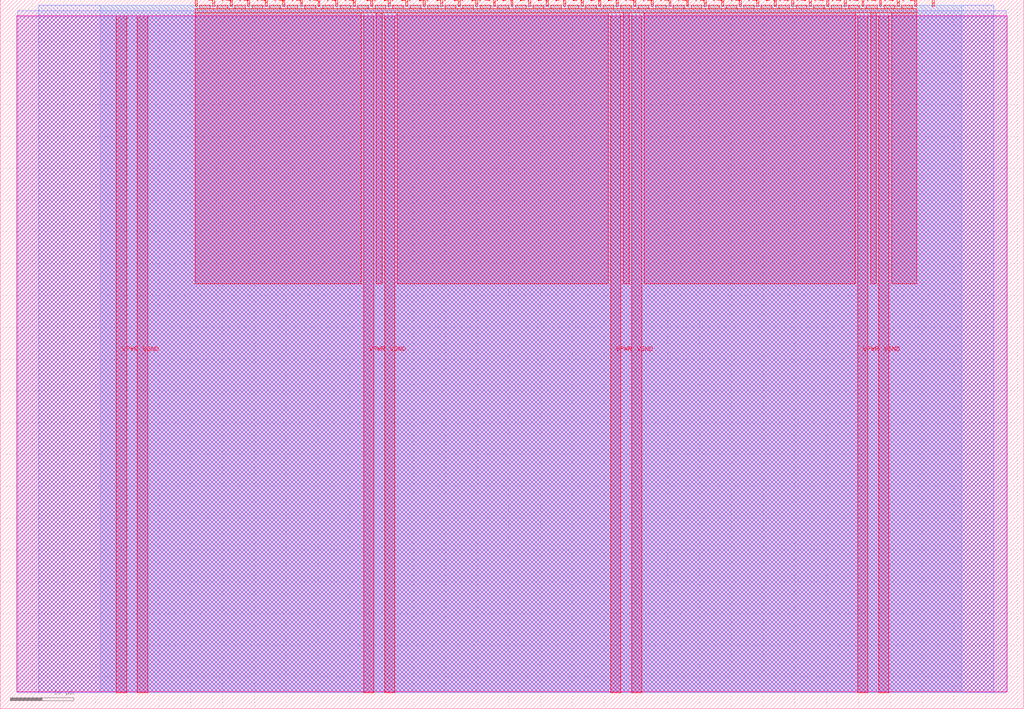
<source format=lef>
VERSION 5.7 ;
  NOWIREEXTENSIONATPIN ON ;
  DIVIDERCHAR "/" ;
  BUSBITCHARS "[]" ;
MACRO tt_um_td4
  CLASS BLOCK ;
  FOREIGN tt_um_td4 ;
  ORIGIN 0.000 0.000 ;
  SIZE 161.000 BY 111.520 ;
  PIN VGND
    DIRECTION INOUT ;
    USE GROUND ;
    PORT
      LAYER met4 ;
        RECT 21.580 2.480 23.180 109.040 ;
    END
    PORT
      LAYER met4 ;
        RECT 60.450 2.480 62.050 109.040 ;
    END
    PORT
      LAYER met4 ;
        RECT 99.320 2.480 100.920 109.040 ;
    END
    PORT
      LAYER met4 ;
        RECT 138.190 2.480 139.790 109.040 ;
    END
  END VGND
  PIN VPWR
    DIRECTION INOUT ;
    USE POWER ;
    PORT
      LAYER met4 ;
        RECT 18.280 2.480 19.880 109.040 ;
    END
    PORT
      LAYER met4 ;
        RECT 57.150 2.480 58.750 109.040 ;
    END
    PORT
      LAYER met4 ;
        RECT 96.020 2.480 97.620 109.040 ;
    END
    PORT
      LAYER met4 ;
        RECT 134.890 2.480 136.490 109.040 ;
    END
  END VPWR
  PIN clk
    DIRECTION INPUT ;
    USE SIGNAL ;
    ANTENNAGATEAREA 0.852000 ;
    PORT
      LAYER met4 ;
        RECT 143.830 110.520 144.130 111.520 ;
    END
  END clk
  PIN ena
    DIRECTION INPUT ;
    USE SIGNAL ;
    PORT
      LAYER met4 ;
        RECT 146.590 110.520 146.890 111.520 ;
    END
  END ena
  PIN rst_n
    DIRECTION INPUT ;
    USE SIGNAL ;
    ANTENNAGATEAREA 0.126000 ;
    PORT
      LAYER met4 ;
        RECT 141.070 110.520 141.370 111.520 ;
    END
  END rst_n
  PIN ui_in[0]
    DIRECTION INPUT ;
    USE SIGNAL ;
    ANTENNAGATEAREA 0.196500 ;
    PORT
      LAYER met4 ;
        RECT 138.310 110.520 138.610 111.520 ;
    END
  END ui_in[0]
  PIN ui_in[1]
    DIRECTION INPUT ;
    USE SIGNAL ;
    ANTENNAGATEAREA 0.196500 ;
    PORT
      LAYER met4 ;
        RECT 135.550 110.520 135.850 111.520 ;
    END
  END ui_in[1]
  PIN ui_in[2]
    DIRECTION INPUT ;
    USE SIGNAL ;
    ANTENNAGATEAREA 0.196500 ;
    PORT
      LAYER met4 ;
        RECT 132.790 110.520 133.090 111.520 ;
    END
  END ui_in[2]
  PIN ui_in[3]
    DIRECTION INPUT ;
    USE SIGNAL ;
    ANTENNAGATEAREA 0.196500 ;
    PORT
      LAYER met4 ;
        RECT 130.030 110.520 130.330 111.520 ;
    END
  END ui_in[3]
  PIN ui_in[4]
    DIRECTION INPUT ;
    USE SIGNAL ;
    PORT
      LAYER met4 ;
        RECT 127.270 110.520 127.570 111.520 ;
    END
  END ui_in[4]
  PIN ui_in[5]
    DIRECTION INPUT ;
    USE SIGNAL ;
    PORT
      LAYER met4 ;
        RECT 124.510 110.520 124.810 111.520 ;
    END
  END ui_in[5]
  PIN ui_in[6]
    DIRECTION INPUT ;
    USE SIGNAL ;
    ANTENNAGATEAREA 0.196500 ;
    PORT
      LAYER met4 ;
        RECT 121.750 110.520 122.050 111.520 ;
    END
  END ui_in[6]
  PIN ui_in[7]
    DIRECTION INPUT ;
    USE SIGNAL ;
    ANTENNAGATEAREA 0.196500 ;
    PORT
      LAYER met4 ;
        RECT 118.990 110.520 119.290 111.520 ;
    END
  END ui_in[7]
  PIN uio_in[0]
    DIRECTION INPUT ;
    USE SIGNAL ;
    ANTENNAGATEAREA 0.196500 ;
    PORT
      LAYER met4 ;
        RECT 116.230 110.520 116.530 111.520 ;
    END
  END uio_in[0]
  PIN uio_in[1]
    DIRECTION INPUT ;
    USE SIGNAL ;
    ANTENNAGATEAREA 0.196500 ;
    PORT
      LAYER met4 ;
        RECT 113.470 110.520 113.770 111.520 ;
    END
  END uio_in[1]
  PIN uio_in[2]
    DIRECTION INPUT ;
    USE SIGNAL ;
    ANTENNAGATEAREA 0.196500 ;
    PORT
      LAYER met4 ;
        RECT 110.710 110.520 111.010 111.520 ;
    END
  END uio_in[2]
  PIN uio_in[3]
    DIRECTION INPUT ;
    USE SIGNAL ;
    ANTENNAGATEAREA 0.196500 ;
    PORT
      LAYER met4 ;
        RECT 107.950 110.520 108.250 111.520 ;
    END
  END uio_in[3]
  PIN uio_in[4]
    DIRECTION INPUT ;
    USE SIGNAL ;
    ANTENNAGATEAREA 0.196500 ;
    PORT
      LAYER met4 ;
        RECT 105.190 110.520 105.490 111.520 ;
    END
  END uio_in[4]
  PIN uio_in[5]
    DIRECTION INPUT ;
    USE SIGNAL ;
    ANTENNAGATEAREA 0.196500 ;
    PORT
      LAYER met4 ;
        RECT 102.430 110.520 102.730 111.520 ;
    END
  END uio_in[5]
  PIN uio_in[6]
    DIRECTION INPUT ;
    USE SIGNAL ;
    ANTENNAGATEAREA 0.196500 ;
    PORT
      LAYER met4 ;
        RECT 99.670 110.520 99.970 111.520 ;
    END
  END uio_in[6]
  PIN uio_in[7]
    DIRECTION INPUT ;
    USE SIGNAL ;
    ANTENNAGATEAREA 0.196500 ;
    PORT
      LAYER met4 ;
        RECT 96.910 110.520 97.210 111.520 ;
    END
  END uio_in[7]
  PIN uio_oe[0]
    DIRECTION OUTPUT ;
    USE SIGNAL ;
    ANTENNADIFFAREA 0.445500 ;
    PORT
      LAYER met4 ;
        RECT 49.990 110.520 50.290 111.520 ;
    END
  END uio_oe[0]
  PIN uio_oe[1]
    DIRECTION OUTPUT ;
    USE SIGNAL ;
    ANTENNADIFFAREA 0.445500 ;
    PORT
      LAYER met4 ;
        RECT 47.230 110.520 47.530 111.520 ;
    END
  END uio_oe[1]
  PIN uio_oe[2]
    DIRECTION OUTPUT ;
    USE SIGNAL ;
    ANTENNADIFFAREA 0.445500 ;
    PORT
      LAYER met4 ;
        RECT 44.470 110.520 44.770 111.520 ;
    END
  END uio_oe[2]
  PIN uio_oe[3]
    DIRECTION OUTPUT ;
    USE SIGNAL ;
    ANTENNADIFFAREA 0.445500 ;
    PORT
      LAYER met4 ;
        RECT 41.710 110.520 42.010 111.520 ;
    END
  END uio_oe[3]
  PIN uio_oe[4]
    DIRECTION OUTPUT ;
    USE SIGNAL ;
    ANTENNADIFFAREA 0.445500 ;
    PORT
      LAYER met4 ;
        RECT 38.950 110.520 39.250 111.520 ;
    END
  END uio_oe[4]
  PIN uio_oe[5]
    DIRECTION OUTPUT ;
    USE SIGNAL ;
    ANTENNADIFFAREA 0.445500 ;
    PORT
      LAYER met4 ;
        RECT 36.190 110.520 36.490 111.520 ;
    END
  END uio_oe[5]
  PIN uio_oe[6]
    DIRECTION OUTPUT ;
    USE SIGNAL ;
    ANTENNADIFFAREA 0.445500 ;
    PORT
      LAYER met4 ;
        RECT 33.430 110.520 33.730 111.520 ;
    END
  END uio_oe[6]
  PIN uio_oe[7]
    DIRECTION OUTPUT ;
    USE SIGNAL ;
    ANTENNAGATEAREA 1.332000 ;
    ANTENNADIFFAREA 0.891000 ;
    PORT
      LAYER met4 ;
        RECT 30.670 110.520 30.970 111.520 ;
    END
  END uio_oe[7]
  PIN uio_out[0]
    DIRECTION OUTPUT ;
    USE SIGNAL ;
    ANTENNADIFFAREA 0.643500 ;
    PORT
      LAYER met4 ;
        RECT 72.070 110.520 72.370 111.520 ;
    END
  END uio_out[0]
  PIN uio_out[1]
    DIRECTION OUTPUT ;
    USE SIGNAL ;
    ANTENNADIFFAREA 0.643500 ;
    PORT
      LAYER met4 ;
        RECT 69.310 110.520 69.610 111.520 ;
    END
  END uio_out[1]
  PIN uio_out[2]
    DIRECTION OUTPUT ;
    USE SIGNAL ;
    ANTENNADIFFAREA 0.643500 ;
    PORT
      LAYER met4 ;
        RECT 66.550 110.520 66.850 111.520 ;
    END
  END uio_out[2]
  PIN uio_out[3]
    DIRECTION OUTPUT ;
    USE SIGNAL ;
    ANTENNADIFFAREA 0.643500 ;
    PORT
      LAYER met4 ;
        RECT 63.790 110.520 64.090 111.520 ;
    END
  END uio_out[3]
  PIN uio_out[4]
    DIRECTION OUTPUT ;
    USE SIGNAL ;
    PORT
      LAYER met4 ;
        RECT 61.030 110.520 61.330 111.520 ;
    END
  END uio_out[4]
  PIN uio_out[5]
    DIRECTION OUTPUT ;
    USE SIGNAL ;
    PORT
      LAYER met4 ;
        RECT 58.270 110.520 58.570 111.520 ;
    END
  END uio_out[5]
  PIN uio_out[6]
    DIRECTION OUTPUT ;
    USE SIGNAL ;
    PORT
      LAYER met4 ;
        RECT 55.510 110.520 55.810 111.520 ;
    END
  END uio_out[6]
  PIN uio_out[7]
    DIRECTION OUTPUT ;
    USE SIGNAL ;
    ANTENNADIFFAREA 1.242000 ;
    PORT
      LAYER met4 ;
        RECT 52.750 110.520 53.050 111.520 ;
    END
  END uio_out[7]
  PIN uo_out[0]
    DIRECTION OUTPUT ;
    USE SIGNAL ;
    ANTENNADIFFAREA 0.891000 ;
    PORT
      LAYER met4 ;
        RECT 94.150 110.520 94.450 111.520 ;
    END
  END uo_out[0]
  PIN uo_out[1]
    DIRECTION OUTPUT ;
    USE SIGNAL ;
    ANTENNADIFFAREA 0.891000 ;
    PORT
      LAYER met4 ;
        RECT 91.390 110.520 91.690 111.520 ;
    END
  END uo_out[1]
  PIN uo_out[2]
    DIRECTION OUTPUT ;
    USE SIGNAL ;
    ANTENNADIFFAREA 0.891000 ;
    PORT
      LAYER met4 ;
        RECT 88.630 110.520 88.930 111.520 ;
    END
  END uo_out[2]
  PIN uo_out[3]
    DIRECTION OUTPUT ;
    USE SIGNAL ;
    ANTENNADIFFAREA 0.891000 ;
    PORT
      LAYER met4 ;
        RECT 85.870 110.520 86.170 111.520 ;
    END
  END uo_out[3]
  PIN uo_out[4]
    DIRECTION OUTPUT ;
    USE SIGNAL ;
    ANTENNADIFFAREA 0.891000 ;
    PORT
      LAYER met4 ;
        RECT 83.110 110.520 83.410 111.520 ;
    END
  END uo_out[4]
  PIN uo_out[5]
    DIRECTION OUTPUT ;
    USE SIGNAL ;
    ANTENNADIFFAREA 0.891000 ;
    PORT
      LAYER met4 ;
        RECT 80.350 110.520 80.650 111.520 ;
    END
  END uo_out[5]
  PIN uo_out[6]
    DIRECTION OUTPUT ;
    USE SIGNAL ;
    ANTENNADIFFAREA 0.891000 ;
    PORT
      LAYER met4 ;
        RECT 77.590 110.520 77.890 111.520 ;
    END
  END uo_out[6]
  PIN uo_out[7]
    DIRECTION OUTPUT ;
    USE SIGNAL ;
    ANTENNADIFFAREA 0.891000 ;
    PORT
      LAYER met4 ;
        RECT 74.830 110.520 75.130 111.520 ;
    END
  END uo_out[7]
  OBS
      LAYER nwell ;
        RECT 2.570 2.635 158.430 108.990 ;
      LAYER li1 ;
        RECT 2.760 2.635 158.240 108.885 ;
      LAYER met1 ;
        RECT 2.760 2.480 158.240 109.780 ;
      LAYER met2 ;
        RECT 6.080 2.535 156.300 110.685 ;
      LAYER met3 ;
        RECT 15.705 2.555 151.275 110.665 ;
      LAYER met4 ;
        RECT 31.370 110.120 33.030 110.665 ;
        RECT 34.130 110.120 35.790 110.665 ;
        RECT 36.890 110.120 38.550 110.665 ;
        RECT 39.650 110.120 41.310 110.665 ;
        RECT 42.410 110.120 44.070 110.665 ;
        RECT 45.170 110.120 46.830 110.665 ;
        RECT 47.930 110.120 49.590 110.665 ;
        RECT 50.690 110.120 52.350 110.665 ;
        RECT 53.450 110.120 55.110 110.665 ;
        RECT 56.210 110.120 57.870 110.665 ;
        RECT 58.970 110.120 60.630 110.665 ;
        RECT 61.730 110.120 63.390 110.665 ;
        RECT 64.490 110.120 66.150 110.665 ;
        RECT 67.250 110.120 68.910 110.665 ;
        RECT 70.010 110.120 71.670 110.665 ;
        RECT 72.770 110.120 74.430 110.665 ;
        RECT 75.530 110.120 77.190 110.665 ;
        RECT 78.290 110.120 79.950 110.665 ;
        RECT 81.050 110.120 82.710 110.665 ;
        RECT 83.810 110.120 85.470 110.665 ;
        RECT 86.570 110.120 88.230 110.665 ;
        RECT 89.330 110.120 90.990 110.665 ;
        RECT 92.090 110.120 93.750 110.665 ;
        RECT 94.850 110.120 96.510 110.665 ;
        RECT 97.610 110.120 99.270 110.665 ;
        RECT 100.370 110.120 102.030 110.665 ;
        RECT 103.130 110.120 104.790 110.665 ;
        RECT 105.890 110.120 107.550 110.665 ;
        RECT 108.650 110.120 110.310 110.665 ;
        RECT 111.410 110.120 113.070 110.665 ;
        RECT 114.170 110.120 115.830 110.665 ;
        RECT 116.930 110.120 118.590 110.665 ;
        RECT 119.690 110.120 121.350 110.665 ;
        RECT 122.450 110.120 124.110 110.665 ;
        RECT 125.210 110.120 126.870 110.665 ;
        RECT 127.970 110.120 129.630 110.665 ;
        RECT 130.730 110.120 132.390 110.665 ;
        RECT 133.490 110.120 135.150 110.665 ;
        RECT 136.250 110.120 137.910 110.665 ;
        RECT 139.010 110.120 140.670 110.665 ;
        RECT 141.770 110.120 143.430 110.665 ;
        RECT 30.655 109.440 144.145 110.120 ;
        RECT 30.655 66.815 56.750 109.440 ;
        RECT 59.150 66.815 60.050 109.440 ;
        RECT 62.450 66.815 95.620 109.440 ;
        RECT 98.020 66.815 98.920 109.440 ;
        RECT 101.320 66.815 134.490 109.440 ;
        RECT 136.890 66.815 137.790 109.440 ;
        RECT 140.190 66.815 144.145 109.440 ;
  END
END tt_um_td4
END LIBRARY


</source>
